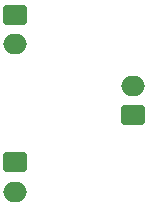
<source format=gbl>
%TF.GenerationSoftware,KiCad,Pcbnew,(6.0.7)*%
%TF.CreationDate,2022-09-09T14:18:56-05:00*%
%TF.ProjectId,Voron Fan PCB,566f726f-6e20-4466-916e-205043422e6b,rev?*%
%TF.SameCoordinates,Original*%
%TF.FileFunction,Copper,L2,Bot*%
%TF.FilePolarity,Positive*%
%FSLAX46Y46*%
G04 Gerber Fmt 4.6, Leading zero omitted, Abs format (unit mm)*
G04 Created by KiCad (PCBNEW (6.0.7)) date 2022-09-09 14:18:56*
%MOMM*%
%LPD*%
G01*
G04 APERTURE LIST*
G04 Aperture macros list*
%AMRoundRect*
0 Rectangle with rounded corners*
0 $1 Rounding radius*
0 $2 $3 $4 $5 $6 $7 $8 $9 X,Y pos of 4 corners*
0 Add a 4 corners polygon primitive as box body*
4,1,4,$2,$3,$4,$5,$6,$7,$8,$9,$2,$3,0*
0 Add four circle primitives for the rounded corners*
1,1,$1+$1,$2,$3*
1,1,$1+$1,$4,$5*
1,1,$1+$1,$6,$7*
1,1,$1+$1,$8,$9*
0 Add four rect primitives between the rounded corners*
20,1,$1+$1,$2,$3,$4,$5,0*
20,1,$1+$1,$4,$5,$6,$7,0*
20,1,$1+$1,$6,$7,$8,$9,0*
20,1,$1+$1,$8,$9,$2,$3,0*%
G04 Aperture macros list end*
%TA.AperFunction,ComponentPad*%
%ADD10RoundRect,0.250000X0.750000X-0.600000X0.750000X0.600000X-0.750000X0.600000X-0.750000X-0.600000X0*%
%TD*%
%TA.AperFunction,ComponentPad*%
%ADD11O,2.000000X1.700000*%
%TD*%
%TA.AperFunction,ComponentPad*%
%ADD12RoundRect,0.250000X-0.750000X0.600000X-0.750000X-0.600000X0.750000X-0.600000X0.750000X0.600000X0*%
%TD*%
G04 APERTURE END LIST*
D10*
%TO.P,Board,1,Pin_1*%
%TO.N,Net-(J1-Pad1)*%
X90000000Y-58500000D03*
D11*
%TO.P,Board,2,Pin_2*%
%TO.N,Net-(J1-Pad2)*%
X90000000Y-56000000D03*
%TD*%
D12*
%TO.P,Fan 1,1,Pin_1*%
%TO.N,Net-(J1-Pad1)*%
X80000000Y-62500000D03*
D11*
%TO.P,Fan 1,2,Pin_2*%
%TO.N,Net-(J1-Pad2)*%
X80000000Y-65000000D03*
%TD*%
D12*
%TO.P,Fan 2,1,Pin_1*%
%TO.N,Net-(J1-Pad1)*%
X80000000Y-50000000D03*
D11*
%TO.P,Fan 2,2,Pin_2*%
%TO.N,Net-(J1-Pad2)*%
X80000000Y-52500000D03*
%TD*%
M02*

</source>
